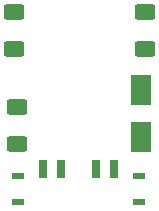
<source format=gbr>
%TF.GenerationSoftware,KiCad,Pcbnew,(6.0.2-0)*%
%TF.CreationDate,2022-07-29T18:45:40+02:00*%
%TF.ProjectId,2xMixer,32784d69-7865-4722-9e6b-696361645f70,rev?*%
%TF.SameCoordinates,Original*%
%TF.FileFunction,Paste,Top*%
%TF.FilePolarity,Positive*%
%FSLAX46Y46*%
G04 Gerber Fmt 4.6, Leading zero omitted, Abs format (unit mm)*
G04 Created by KiCad (PCBNEW (6.0.2-0)) date 2022-07-29 18:45:40*
%MOMM*%
%LPD*%
G01*
G04 APERTURE LIST*
G04 Aperture macros list*
%AMRoundRect*
0 Rectangle with rounded corners*
0 $1 Rounding radius*
0 $2 $3 $4 $5 $6 $7 $8 $9 X,Y pos of 4 corners*
0 Add a 4 corners polygon primitive as box body*
4,1,4,$2,$3,$4,$5,$6,$7,$8,$9,$2,$3,0*
0 Add four circle primitives for the rounded corners*
1,1,$1+$1,$2,$3*
1,1,$1+$1,$4,$5*
1,1,$1+$1,$6,$7*
1,1,$1+$1,$8,$9*
0 Add four rect primitives between the rounded corners*
20,1,$1+$1,$2,$3,$4,$5,0*
20,1,$1+$1,$4,$5,$6,$7,0*
20,1,$1+$1,$6,$7,$8,$9,0*
20,1,$1+$1,$8,$9,$2,$3,0*%
G04 Aperture macros list end*
%ADD10R,1.800000X2.500000*%
%ADD11RoundRect,0.250000X0.625000X-0.400000X0.625000X0.400000X-0.625000X0.400000X-0.625000X-0.400000X0*%
%ADD12R,1.100000X0.600000*%
%ADD13R,0.700000X1.500000*%
%ADD14RoundRect,0.250000X-0.625000X0.400000X-0.625000X-0.400000X0.625000X-0.400000X0.625000X0.400000X0*%
G04 APERTURE END LIST*
D10*
%TO.C,D1*%
X127975000Y-72950000D03*
X127975000Y-76950000D03*
%TD*%
D11*
%TO.C,R1*%
X128375000Y-69475000D03*
X128375000Y-66375000D03*
%TD*%
D12*
%TO.C,SW1*%
X127875000Y-82455000D03*
X127875000Y-80245000D03*
X117575000Y-80245000D03*
X117575000Y-82455000D03*
D13*
X119725000Y-79595000D03*
X121225000Y-79595000D03*
X124225000Y-79595000D03*
X125725000Y-79595000D03*
%TD*%
D11*
%TO.C,R2*%
X117275000Y-69475000D03*
X117275000Y-66375000D03*
%TD*%
D14*
%TO.C,R5*%
X117550000Y-74375000D03*
X117550000Y-77475000D03*
%TD*%
M02*

</source>
